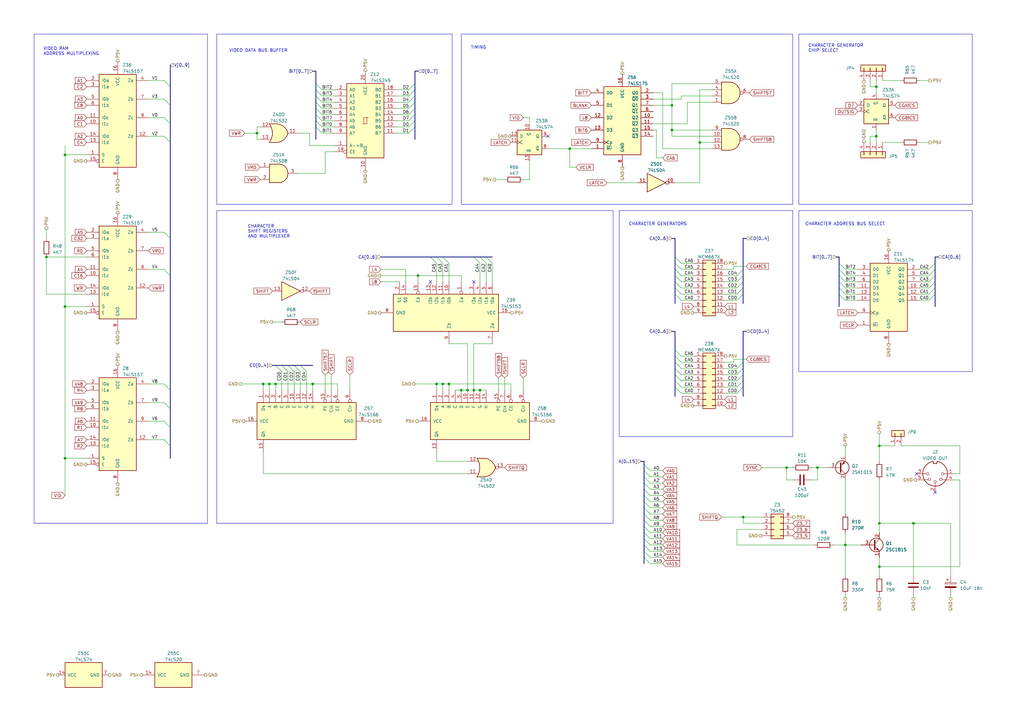
<source format=kicad_sch>
(kicad_sch (version 20221004) (generator eeschema)
  (paper "A3")
  (junction (at 360.68 232.41))
  (junction (at 107.95 157.48))
  (junction (at 179.07 157.48))
  (junction (at 287.02 58.42))
  (junction (at 196.85 160.02))
  (junction (at 360.68 182.88))
  (junction (at 110.49 157.48))
  (junction (at 113.03 157.48))
  (junction (at 360.68 214.63))
  (junction (at 275.59 43.18))
  (junction (at 171.45 113.03))
  (junction (at 374.65 214.63))
  (junction (at 191.77 160.02))
  (junction (at 346.71 223.52))
  (junction (at 189.23 160.02))
  (junction (at 322.58 191.77))
  (junction (at 19.05 105.41))
  (junction (at 181.61 157.48))
  (junction (at 128.27 157.48))
  (junction (at 105.41 54.61))
  (junction (at 26.67 63.5))
  (junction (at 184.15 157.48))
  (junction (at 194.31 160.02))
  (junction (at 26.67 125.73))
  (junction (at 304.8 212.09))
  (junction (at 26.67 187.96))
  (junction (at 275.59 53.34))
  (junction (at 359.41 55.88))
  (junction (at 359.41 35.56))
  (junction (at 233.68 60.96))
  (junction (at 335.28 191.77))
  (no_connect (at 176.53 115.57))
  (no_connect (at 194.31 115.57))
  (no_connect (at 224.79 55.88))
  (no_connect (at 375.92 194.31))
  (no_connect (at 383.54 201.93))
  (bus_entry (at 167.64 41.91) (size 2.54 -2.54))
  (bus_entry (at 276.86 158.75) (size 2.54 2.54))
  (bus_entry (at 381 123.19) (size 2.54 -2.54))
  (bus_entry (at 302.26 161.29) (size 2.54 -2.54))
  (bus_entry (at 264.16 218.44) (size 2.54 2.54))
  (bus_entry (at 129.54 49.53) (size 2.54 2.54))
  (bus_entry (at 167.64 52.07) (size 2.54 -2.54))
  (bus_entry (at 381 113.03) (size 2.54 -2.54))
  (bus_entry (at 264.16 220.98) (size 2.54 2.54))
  (bus_entry (at 264.16 203.2) (size 2.54 2.54))
  (bus_entry (at 276.86 156.21) (size 2.54 2.54))
  (bus_entry (at 167.64 36.83) (size 2.54 -2.54))
  (bus_entry (at 264.16 210.82) (size 2.54 2.54))
  (bus_entry (at 264.16 198.12) (size 2.54 2.54))
  (bus_entry (at 129.54 34.29) (size 2.54 2.54))
  (bus_entry (at 344.17 120.65) (size 2.54 2.54))
  (bus_entry (at 344.17 118.11) (size 2.54 2.54))
  (bus_entry (at 302.26 118.11) (size 2.54 -2.54))
  (bus_entry (at 264.16 228.6) (size 2.54 2.54))
  (bus_entry (at 129.54 44.45) (size 2.54 2.54))
  (bus_entry (at 381 120.65) (size 2.54 -2.54))
  (bus_entry (at 276.86 146.05) (size 2.54 2.54))
  (bus_entry (at 302.26 123.19) (size 2.54 -2.54))
  (bus_entry (at 276.86 151.13) (size 2.54 2.54))
  (bus_entry (at 344.17 113.03) (size 2.54 2.54))
  (bus_entry (at 276.86 153.67) (size 2.54 2.54))
  (bus_entry (at 167.64 39.37) (size 2.54 -2.54))
  (bus_entry (at 302.26 158.75) (size 2.54 -2.54))
  (bus_entry (at 302.26 120.65) (size 2.54 -2.54))
  (bus_entry (at 302.26 153.67) (size 2.54 -2.54))
  (bus_entry (at 167.64 46.99) (size 2.54 -2.54))
  (bus_entry (at 264.16 205.74) (size 2.54 2.54))
  (bus_entry (at 344.17 110.49) (size 2.54 2.54))
  (bus_entry (at 129.54 39.37) (size 2.54 2.54))
  (bus_entry (at 276.86 105.41) (size 2.54 2.54))
  (bus_entry (at 302.26 113.03) (size 2.54 -2.54))
  (bus_entry (at 276.86 143.51) (size 2.54 2.54))
  (bus_entry (at 276.86 148.59) (size 2.54 2.54))
  (bus_entry (at 264.16 195.58) (size 2.54 2.54))
  (bus_entry (at 129.54 41.91) (size 2.54 2.54))
  (bus_entry (at 381 115.57) (size 2.54 -2.54))
  (bus_entry (at 167.64 54.61) (size 2.54 -2.54))
  (bus_entry (at 264.16 208.28) (size 2.54 2.54))
  (bus_entry (at 302.26 156.21) (size 2.54 -2.54))
  (bus_entry (at 264.16 226.06) (size 2.54 2.54))
  (bus_entry (at 264.16 190.5) (size 2.54 2.54))
  (bus_entry (at 276.86 107.95) (size 2.54 2.54))
  (bus_entry (at 129.54 46.99) (size 2.54 2.54))
  (bus_entry (at 167.64 44.45) (size 2.54 -2.54))
  (bus_entry (at 381 110.49) (size 2.54 -2.54))
  (bus_entry (at 264.16 213.36) (size 2.54 2.54))
  (bus_entry (at 113.03 149.86) (size 2.54 2.54))
  (bus_entry (at 115.57 149.86) (size 2.54 2.54))
  (bus_entry (at 118.11 149.86) (size 2.54 2.54))
  (bus_entry (at 123.19 149.86) (size 2.54 2.54))
  (bus_entry (at 120.65 149.86) (size 2.54 2.54))
  (bus_entry (at 302.26 115.57) (size 2.54 -2.54))
  (bus_entry (at 276.86 120.65) (size 2.54 2.54))
  (bus_entry (at 67.31 172.72) (size 2.54 2.54))
  (bus_entry (at 129.54 36.83) (size 2.54 2.54))
  (bus_entry (at 276.86 118.11) (size 2.54 2.54))
  (bus_entry (at 344.17 107.95) (size 2.54 2.54))
  (bus_entry (at 276.86 115.57) (size 2.54 2.54))
  (bus_entry (at 344.17 115.57) (size 2.54 2.54))
  (bus_entry (at 302.26 151.13) (size 2.54 -2.54))
  (bus_entry (at 264.16 223.52) (size 2.54 2.54))
  (bus_entry (at 381 118.11) (size 2.54 -2.54))
  (bus_entry (at 264.16 193.04) (size 2.54 2.54))
  (bus_entry (at 264.16 215.9) (size 2.54 2.54))
  (bus_entry (at 199.39 105.41) (size 2.54 2.54))
  (bus_entry (at 196.85 105.41) (size 2.54 2.54))
  (bus_entry (at 181.61 105.41) (size 2.54 2.54))
  (bus_entry (at 194.31 105.41) (size 2.54 2.54))
  (bus_entry (at 179.07 105.41) (size 2.54 2.54))
  (bus_entry (at 176.53 105.41) (size 2.54 2.54))
  (bus_entry (at 276.86 113.03) (size 2.54 2.54))
  (bus_entry (at 67.31 95.25) (size 2.54 2.54))
  (bus_entry (at 67.31 180.34) (size 2.54 2.54))
  (bus_entry (at 67.31 157.48) (size 2.54 2.54))
  (bus_entry (at 67.31 165.1) (size 2.54 2.54))
  (bus_entry (at 67.31 110.49) (size 2.54 2.54))
  (bus_entry (at 67.31 48.26) (size 2.54 2.54))
  (bus_entry (at 67.31 55.88) (size 2.54 2.54))
  (bus_entry (at 67.31 40.64) (size 2.54 2.54))
  (bus_entry (at 67.31 33.02) (size 2.54 2.54))
  (bus_entry (at 167.64 49.53) (size 2.54 -2.54))
  (bus_entry (at 276.86 110.49) (size 2.54 2.54))
  (bus_entry (at 264.16 200.66) (size 2.54 2.54))
  (bus_entry (at 129.54 52.07) (size 2.54 2.54))
  (wire (pts (xy 304.8 212.09) (xy 312.42 212.09)))
  (wire (pts (xy 374.65 236.22) (xy 374.65 214.63)))
  (wire (pts (xy 281.94 41.91) (xy 292.1 41.91)))
  (bus (pts (xy 276.86 153.67) (xy 276.86 156.21)))
  (wire (pts (xy 346.71 115.57) (xy 351.79 115.57)))
  (wire (pts (xy 162.56 46.99) (xy 167.64 46.99)))
  (wire (pts (xy 266.7 231.14) (xy 271.78 231.14)))
  (bus (pts (xy 304.8 113.03) (xy 304.8 115.57)))
  (wire (pts (xy 279.4 148.59) (xy 284.48 148.59)))
  (wire (pts (xy 60.96 180.34) (xy 67.31 180.34)))
  (wire (pts (xy 123.19 152.4) (xy 123.19 160.02)))
  (wire (pts (xy 162.56 49.53) (xy 167.64 49.53)))
  (wire (pts (xy 26.67 125.73) (xy 26.67 187.96)))
  (bus (pts (xy 129.54 36.83) (xy 129.54 39.37)))
  (wire (pts (xy 214.63 73.66) (xy 217.17 73.66)))
  (wire (pts (xy 204.47 154.94) (xy 204.47 160.02)))
  (wire (pts (xy 302.26 217.17) (xy 302.26 223.52)))
  (wire (pts (xy 346.71 113.03) (xy 351.79 113.03)))
  (wire (pts (xy 110.49 157.48) (xy 110.49 160.02)))
  (bus (pts (xy 129.54 44.45) (xy 129.54 46.99)))
  (wire (pts (xy 335.28 196.85) (xy 335.28 191.77)))
  (wire (pts (xy 181.61 157.48) (xy 181.61 160.02)))
  (bus (pts (xy 69.85 175.26) (xy 69.85 182.88)))
  (wire (pts (xy 275.59 53.34) (xy 292.1 53.34)))
  (wire (pts (xy 162.56 54.61) (xy 167.64 54.61)))
  (wire (pts (xy 269.24 64.77) (xy 271.78 64.77)))
  (wire (pts (xy 279.4 156.21) (xy 284.48 156.21)))
  (bus (pts (xy 304.8 148.59) (xy 304.8 151.13)))
  (wire (pts (xy 304.8 214.63) (xy 304.8 212.09)))
  (bus (pts (xy 276.86 105.41) (xy 276.86 107.95)))
  (wire (pts (xy 279.4 146.05) (xy 284.48 146.05)))
  (wire (pts (xy 271.78 60.96) (xy 292.1 60.96)))
  (bus (pts (xy 276.86 107.95) (xy 276.86 110.49)))
  (wire (pts (xy 381 58.42) (xy 377.19 58.42)))
  (wire (pts (xy 356.87 58.42) (xy 356.87 55.88)))
  (wire (pts (xy 359.41 35.56) (xy 356.87 35.56)))
  (wire (pts (xy 115.57 152.4) (xy 115.57 160.02)))
  (wire (pts (xy 179.07 157.48) (xy 179.07 160.02)))
  (wire (pts (xy 377.19 115.57) (xy 381 115.57)))
  (bus (pts (xy 264.16 189.23) (xy 264.16 190.5)))
  (bus (pts (xy 129.54 52.07) (xy 129.54 57.15)))
  (bus (pts (xy 383.54 115.57) (xy 383.54 118.11)))
  (bus (pts (xy 170.18 29.21) (xy 170.18 34.29)))
  (wire (pts (xy 266.7 218.44) (xy 271.78 218.44)))
  (wire (pts (xy 346.71 223.52) (xy 346.71 236.22)))
  (wire (pts (xy 132.08 54.61) (xy 137.16 54.61)))
  (wire (pts (xy 184.15 157.48) (xy 209.55 157.48)))
  (wire (pts (xy 199.39 107.95) (xy 199.39 115.57)))
  (wire (pts (xy 166.37 115.57) (xy 166.37 110.49)))
  (wire (pts (xy 332.74 191.77) (xy 335.28 191.77)))
  (bus (pts (xy 69.85 175.26) (xy 69.85 167.64)))
  (bus (pts (xy 344.17 110.49) (xy 344.17 113.03)))
  (wire (pts (xy 132.08 49.53) (xy 137.16 49.53)))
  (bus (pts (xy 69.85 113.03) (xy 69.85 160.02)))
  (wire (pts (xy 346.71 223.52) (xy 353.06 223.52)))
  (bus (pts (xy 275.59 135.89) (xy 276.86 135.89)))
  (bus (pts (xy 170.18 34.29) (xy 170.18 36.83)))
  (wire (pts (xy 279.4 151.13) (xy 284.48 151.13)))
  (wire (pts (xy 111.76 132.08) (xy 115.57 132.08)))
  (bus (pts (xy 344.17 120.65) (xy 344.17 125.73)))
  (bus (pts (xy 304.8 97.79) (xy 304.8 110.49)))
  (wire (pts (xy 26.67 187.96) (xy 26.67 203.2)))
  (bus (pts (xy 383.54 105.41) (xy 383.54 107.95)))
  (wire (pts (xy 356.87 55.88) (xy 359.41 55.88)))
  (wire (pts (xy 107.95 157.48) (xy 107.95 160.02)))
  (wire (pts (xy 181.61 157.48) (xy 184.15 157.48)))
  (wire (pts (xy 266.7 210.82) (xy 271.78 210.82)))
  (wire (pts (xy 275.59 55.88) (xy 275.59 53.34)))
  (wire (pts (xy 181.61 107.95) (xy 181.61 115.57)))
  (wire (pts (xy 133.35 71.12) (xy 133.35 62.23)))
  (wire (pts (xy 266.7 226.06) (xy 271.78 226.06)))
  (bus (pts (xy 264.16 218.44) (xy 264.16 220.98)))
  (bus (pts (xy 276.86 146.05) (xy 276.86 148.59)))
  (wire (pts (xy 346.71 120.65) (xy 351.79 120.65)))
  (wire (pts (xy 393.7 196.85) (xy 391.16 196.85)))
  (wire (pts (xy 236.22 68.58) (xy 233.68 68.58)))
  (wire (pts (xy 203.2 73.66) (xy 207.01 73.66)))
  (bus (pts (xy 276.86 158.75) (xy 276.86 162.56)))
  (wire (pts (xy 360.68 214.63) (xy 374.65 214.63)))
  (bus (pts (xy 264.16 223.52) (xy 264.16 226.06)))
  (wire (pts (xy 300.99 147.32) (xy 300.99 148.59)))
  (wire (pts (xy 359.41 55.88) (xy 359.41 58.42)))
  (wire (pts (xy 170.18 157.48) (xy 179.07 157.48)))
  (bus (pts (xy 171.45 29.21) (xy 170.18 29.21)))
  (wire (pts (xy 269.24 53.34) (xy 269.24 64.77)))
  (wire (pts (xy 360.68 214.63) (xy 360.68 218.44)))
  (wire (pts (xy 360.68 196.85) (xy 360.68 214.63)))
  (wire (pts (xy 191.77 160.02) (xy 191.77 140.97)))
  (bus (pts (xy 129.54 46.99) (xy 129.54 49.53)))
  (wire (pts (xy 266.7 213.36) (xy 271.78 213.36)))
  (wire (pts (xy 60.96 95.25) (xy 67.31 95.25)))
  (wire (pts (xy 267.97 40.64) (xy 279.4 40.64)))
  (wire (pts (xy 156.21 115.57) (xy 163.83 115.57)))
  (wire (pts (xy 110.49 157.48) (xy 113.03 157.48)))
  (wire (pts (xy 133.35 62.23) (xy 137.16 62.23)))
  (wire (pts (xy 346.71 243.84) (xy 346.71 245.11)))
  (wire (pts (xy 389.89 236.22) (xy 389.89 214.63)))
  (bus (pts (xy 181.61 105.41) (xy 194.31 105.41)))
  (wire (pts (xy 389.89 243.84) (xy 389.89 245.11)))
  (wire (pts (xy 279.4 113.03) (xy 284.48 113.03)))
  (wire (pts (xy 266.7 195.58) (xy 271.78 195.58)))
  (bus (pts (xy 264.16 213.36) (xy 264.16 215.9)))
  (bus (pts (xy 170.18 46.99) (xy 170.18 49.53)))
  (wire (pts (xy 189.23 115.57) (xy 189.23 113.03)))
  (wire (pts (xy 359.41 53.34) (xy 359.41 55.88)))
  (wire (pts (xy 107.95 157.48) (xy 110.49 157.48)))
  (bus (pts (xy 383.54 110.49) (xy 383.54 113.03)))
  (wire (pts (xy 105.41 52.07) (xy 106.68 52.07)))
  (wire (pts (xy 306.07 147.32) (xy 300.99 147.32)))
  (wire (pts (xy 287.02 58.42) (xy 292.1 58.42)))
  (bus (pts (xy 179.07 105.41) (xy 181.61 105.41)))
  (bus (pts (xy 264.16 190.5) (xy 264.16 193.04)))
  (wire (pts (xy 162.56 39.37) (xy 167.64 39.37)))
  (wire (pts (xy 306.07 109.22) (xy 300.99 109.22)))
  (wire (pts (xy 132.08 52.07) (xy 137.16 52.07)))
  (wire (pts (xy 279.4 123.19) (xy 284.48 123.19)))
  (wire (pts (xy 201.93 107.95) (xy 201.93 115.57)))
  (bus (pts (xy 383.54 118.11) (xy 383.54 120.65)))
  (bus (pts (xy 129.54 29.21) (xy 129.54 34.29)))
  (wire (pts (xy 184.15 107.95) (xy 184.15 115.57)))
  (wire (pts (xy 297.18 161.29) (xy 302.26 161.29)))
  (wire (pts (xy 377.19 110.49) (xy 381 110.49)))
  (wire (pts (xy 297.18 153.67) (xy 302.26 153.67)))
  (wire (pts (xy 297.18 156.21) (xy 302.26 156.21)))
  (bus (pts (xy 156.21 105.41) (xy 176.53 105.41)))
  (wire (pts (xy 191.77 140.97) (xy 184.15 140.97)))
  (wire (pts (xy 360.68 232.41) (xy 393.7 232.41)))
  (wire (pts (xy 179.07 157.48) (xy 181.61 157.48)))
  (bus (pts (xy 262.89 189.23) (xy 264.16 189.23)))
  (bus (pts (xy 306.07 97.79) (xy 304.8 97.79)))
  (wire (pts (xy 377.19 120.65) (xy 381 120.65)))
  (wire (pts (xy 279.4 158.75) (xy 284.48 158.75)))
  (wire (pts (xy 332.74 196.85) (xy 335.28 196.85)))
  (bus (pts (xy 170.18 44.45) (xy 170.18 46.99)))
  (wire (pts (xy 297.18 123.19) (xy 302.26 123.19)))
  (wire (pts (xy 26.67 63.5) (xy 35.56 63.5)))
  (bus (pts (xy 344.17 105.41) (xy 344.17 107.95)))
  (wire (pts (xy 184.15 157.48) (xy 184.15 160.02)))
  (wire (pts (xy 120.65 152.4) (xy 120.65 160.02)))
  (wire (pts (xy 113.03 157.48) (xy 113.03 160.02)))
  (bus (pts (xy 170.18 52.07) (xy 170.18 57.15)))
  (bus (pts (xy 344.17 118.11) (xy 344.17 120.65)))
  (wire (pts (xy 248.92 74.93) (xy 261.62 74.93)))
  (wire (pts (xy 297.18 113.03) (xy 302.26 113.03)))
  (wire (pts (xy 217.17 48.26) (xy 217.17 50.8)))
  (wire (pts (xy 377.19 123.19) (xy 381 123.19)))
  (bus (pts (xy 264.16 208.28) (xy 264.16 210.82)))
  (wire (pts (xy 275.59 43.18) (xy 275.59 34.29)))
  (wire (pts (xy 281.94 50.8) (xy 281.94 41.91)))
  (bus (pts (xy 118.11 149.86) (xy 120.65 149.86)))
  (bus (pts (xy 129.54 39.37) (xy 129.54 41.91)))
  (wire (pts (xy 279.4 39.37) (xy 292.1 39.37)))
  (bus (pts (xy 342.9 105.41) (xy 344.17 105.41)))
  (wire (pts (xy 60.96 55.88) (xy 67.31 55.88)))
  (bus (pts (xy 69.85 26.67) (xy 69.85 35.56)))
  (bus (pts (xy 69.85 182.88) (xy 69.85 187.96)))
  (wire (pts (xy 267.97 50.8) (xy 281.94 50.8)))
  (wire (pts (xy 312.42 214.63) (xy 304.8 214.63)))
  (wire (pts (xy 60.96 40.64) (xy 67.31 40.64)))
  (wire (pts (xy 166.37 110.49) (xy 156.21 110.49)))
  (wire (pts (xy 233.68 68.58) (xy 233.68 60.96)))
  (wire (pts (xy 275.59 34.29) (xy 292.1 34.29)))
  (bus (pts (xy 276.86 135.89) (xy 276.86 143.51)))
  (wire (pts (xy 360.68 232.41) (xy 360.68 236.22)))
  (wire (pts (xy 133.35 153.67) (xy 133.35 160.02)))
  (bus (pts (xy 276.86 156.21) (xy 276.86 158.75)))
  (wire (pts (xy 297.18 118.11) (xy 302.26 118.11)))
  (wire (pts (xy 297.18 120.65) (xy 302.26 120.65)))
  (wire (pts (xy 99.06 157.48) (xy 107.95 157.48)))
  (wire (pts (xy 381 33.02) (xy 377.19 33.02)))
  (wire (pts (xy 267.97 43.18) (xy 275.59 43.18)))
  (bus (pts (xy 276.86 148.59) (xy 276.86 151.13)))
  (wire (pts (xy 127 59.69) (xy 137.16 59.69)))
  (wire (pts (xy 266.7 203.2) (xy 271.78 203.2)))
  (bus (pts (xy 69.85 35.56) (xy 69.85 43.18)))
  (bus (pts (xy 383.54 107.95) (xy 383.54 110.49)))
  (wire (pts (xy 60.96 157.48) (xy 67.31 157.48)))
  (wire (pts (xy 209.55 160.02) (xy 209.55 157.48)))
  (wire (pts (xy 266.7 228.6) (xy 271.78 228.6)))
  (bus (pts (xy 383.54 113.03) (xy 383.54 115.57)))
  (bus (pts (xy 304.8 135.89) (xy 304.8 148.59)))
  (bus (pts (xy 276.86 113.03) (xy 276.86 115.57)))
  (wire (pts (xy 128.27 157.48) (xy 138.43 157.48)))
  (bus (pts (xy 264.16 195.58) (xy 264.16 198.12)))
  (wire (pts (xy 132.08 46.99) (xy 137.16 46.99)))
  (wire (pts (xy 341.63 223.52) (xy 346.71 223.52)))
  (wire (pts (xy 361.95 58.42) (xy 369.57 58.42)))
  (wire (pts (xy 121.92 71.12) (xy 133.35 71.12)))
  (wire (pts (xy 132.08 44.45) (xy 137.16 44.45)))
  (wire (pts (xy 312.42 217.17) (xy 302.26 217.17)))
  (bus (pts (xy 120.65 149.86) (xy 123.19 149.86)))
  (bus (pts (xy 304.8 118.11) (xy 304.8 120.65)))
  (wire (pts (xy 279.4 153.67) (xy 284.48 153.67)))
  (wire (pts (xy 266.7 200.66) (xy 271.78 200.66)))
  (wire (pts (xy 360.68 182.88) (xy 367.03 182.88)))
  (wire (pts (xy 346.71 196.85) (xy 346.71 210.82)))
  (wire (pts (xy 214.63 154.94) (xy 214.63 160.02)))
  (wire (pts (xy 275.59 43.18) (xy 275.59 53.34)))
  (wire (pts (xy 292.1 36.83) (xy 287.02 36.83)))
  (wire (pts (xy 162.56 41.91) (xy 167.64 41.91)))
  (bus (pts (xy 69.85 58.42) (xy 69.85 97.79)))
  (wire (pts (xy 393.7 232.41) (xy 393.7 196.85)))
  (bus (pts (xy 69.85 97.79) (xy 69.85 113.03)))
  (wire (pts (xy 179.07 189.23) (xy 179.07 185.42)))
  (wire (pts (xy 135.89 153.67) (xy 135.89 160.02)))
  (bus (pts (xy 264.16 226.06) (xy 264.16 228.6)))
  (bus (pts (xy 276.86 143.51) (xy 276.86 146.05)))
  (wire (pts (xy 356.87 35.56) (xy 356.87 33.02)))
  (wire (pts (xy 266.7 205.74) (xy 271.78 205.74)))
  (bus (pts (xy 170.18 39.37) (xy 170.18 41.91)))
  (bus (pts (xy 264.16 210.82) (xy 264.16 213.36)))
  (wire (pts (xy 60.96 48.26) (xy 67.31 48.26)))
  (wire (pts (xy 302.26 223.52) (xy 334.01 223.52)))
  (bus (pts (xy 123.19 149.86) (xy 128.27 149.86)))
  (wire (pts (xy 377.19 113.03) (xy 381 113.03)))
  (bus (pts (xy 69.85 50.8) (xy 69.85 58.42)))
  (wire (pts (xy 266.7 193.04) (xy 271.78 193.04)))
  (bus (pts (xy 170.18 41.91) (xy 170.18 44.45)))
  (bus (pts (xy 69.85 43.18) (xy 69.85 50.8)))
  (wire (pts (xy 60.96 172.72) (xy 67.31 172.72)))
  (bus (pts (xy 196.85 105.41) (xy 199.39 105.41)))
  (wire (pts (xy 393.7 182.88) (xy 393.7 194.31)))
  (wire (pts (xy 287.02 74.93) (xy 276.86 74.93)))
  (wire (pts (xy 100.33 54.61) (xy 105.41 54.61)))
  (wire (pts (xy 60.96 33.02) (xy 67.31 33.02)))
  (bus (pts (xy 304.8 115.57) (xy 304.8 118.11)))
  (bus (pts (xy 276.86 115.57) (xy 276.86 118.11)))
  (wire (pts (xy 19.05 120.65) (xy 19.05 105.41)))
  (wire (pts (xy 300.99 110.49) (xy 297.18 110.49)))
  (wire (pts (xy 267.97 53.34) (xy 269.24 53.34)))
  (bus (pts (xy 383.54 120.65) (xy 383.54 125.73)))
  (wire (pts (xy 107.95 185.42) (xy 107.95 194.31)))
  (wire (pts (xy 271.78 38.1) (xy 271.78 60.96)))
  (bus (pts (xy 276.86 110.49) (xy 276.86 113.03)))
  (wire (pts (xy 266.7 198.12) (xy 271.78 198.12)))
  (bus (pts (xy 264.16 198.12) (xy 264.16 200.66)))
  (wire (pts (xy 106.68 57.15) (xy 105.41 57.15)))
  (bus (pts (xy 264.16 200.66) (xy 264.16 203.2)))
  (wire (pts (xy 26.67 63.5) (xy 26.67 125.73)))
  (wire (pts (xy 132.08 36.83) (xy 137.16 36.83)))
  (bus (pts (xy 304.8 151.13) (xy 304.8 153.67)))
  (bus (pts (xy 264.16 203.2) (xy 264.16 205.74)))
  (wire (pts (xy 189.23 113.03) (xy 171.45 113.03)))
  (wire (pts (xy 346.71 118.11) (xy 351.79 118.11)))
  (wire (pts (xy 196.85 107.95) (xy 196.85 115.57)))
  (bus (pts (xy 276.86 118.11) (xy 276.86 120.65)))
  (wire (pts (xy 121.92 54.61) (xy 127 54.61)))
  (wire (pts (xy 266.7 208.28) (xy 271.78 208.28)))
  (wire (pts (xy 335.28 191.77) (xy 339.09 191.77)))
  (wire (pts (xy 292.1 55.88) (xy 275.59 55.88)))
  (bus (pts (xy 113.03 149.86) (xy 115.57 149.86)))
  (wire (pts (xy 179.07 107.95) (xy 179.07 115.57)))
  (wire (pts (xy 266.7 220.98) (xy 271.78 220.98)))
  (bus (pts (xy 344.17 115.57) (xy 344.17 118.11)))
  (bus (pts (xy 384.81 105.41) (xy 383.54 105.41)))
  (wire (pts (xy 118.11 152.4) (xy 118.11 160.02)))
  (wire (pts (xy 360.68 228.6) (xy 360.68 232.41)))
  (bus (pts (xy 264.16 193.04) (xy 264.16 195.58)))
  (wire (pts (xy 391.16 194.31) (xy 393.7 194.31)))
  (bus (pts (xy 276.86 97.79) (xy 276.86 105.41)))
  (wire (pts (xy 374.65 245.11) (xy 374.65 243.84)))
  (bus (pts (xy 170.18 49.53) (xy 170.18 52.07)))
  (bus (pts (xy 275.59 97.79) (xy 276.86 97.79)))
  (wire (pts (xy 60.96 110.49) (xy 67.31 110.49)))
  (wire (pts (xy 279.4 107.95) (xy 284.48 107.95)))
  (wire (pts (xy 297.18 115.57) (xy 302.26 115.57)))
  (bus (pts (xy 264.16 205.74) (xy 264.16 208.28)))
  (wire (pts (xy 107.95 194.31) (xy 191.77 194.31)))
  (wire (pts (xy 346.71 110.49) (xy 351.79 110.49)))
  (wire (pts (xy 132.08 39.37) (xy 137.16 39.37)))
  (bus (pts (xy 264.16 228.6) (xy 264.16 231.14)))
  (bus (pts (xy 304.8 153.67) (xy 304.8 156.21)))
  (bus (pts (xy 129.54 41.91) (xy 129.54 44.45)))
  (wire (pts (xy 233.68 60.96) (xy 242.57 60.96)))
  (bus (pts (xy 115.57 149.86) (xy 118.11 149.86)))
  (wire (pts (xy 162.56 52.07) (xy 167.64 52.07)))
  (wire (pts (xy 359.41 35.56) (xy 359.41 38.1)))
  (wire (pts (xy 127 54.61) (xy 127 59.69)))
  (wire (pts (xy 60.96 165.1) (xy 67.31 165.1)))
  (wire (pts (xy 287.02 36.83) (xy 287.02 58.42)))
  (bus (pts (xy 306.07 135.89) (xy 304.8 135.89)))
  (wire (pts (xy 113.03 157.48) (xy 128.27 157.48)))
  (wire (pts (xy 105.41 57.15) (xy 105.41 54.61)))
  (wire (pts (xy 196.85 160.02) (xy 199.39 160.02)))
  (wire (pts (xy 389.89 214.63) (xy 374.65 214.63)))
  (bus (pts (xy 194.31 105.41) (xy 196.85 105.41)))
  (wire (pts (xy 377.19 118.11) (xy 381 118.11)))
  (wire (pts (xy 266.7 223.52) (xy 271.78 223.52)))
  (bus (pts (xy 344.17 107.95) (xy 344.17 110.49)))
  (wire (pts (xy 26.67 125.73) (xy 35.56 125.73)))
  (wire (pts (xy 279.4 110.49) (xy 284.48 110.49)))
  (wire (pts (xy 279.4 115.57) (xy 284.48 115.57)))
  (wire (pts (xy 189.23 160.02) (xy 191.77 160.02)))
  (wire (pts (xy 300.99 148.59) (xy 297.18 148.59)))
  (bus (pts (xy 304.8 120.65) (xy 304.8 124.46)))
  (wire (pts (xy 186.69 160.02) (xy 189.23 160.02)))
  (wire (pts (xy 346.71 186.69) (xy 346.71 182.88)))
  (bus (pts (xy 276.86 120.65) (xy 276.86 124.46)))
  (bus (pts (xy 264.16 220.98) (xy 264.16 223.52)))
  (wire (pts (xy 360.68 177.8) (xy 360.68 182.88)))
  (wire (pts (xy 279.4 120.65) (xy 284.48 120.65)))
  (wire (pts (xy 171.45 113.03) (xy 171.45 115.57)))
  (wire (pts (xy 125.73 152.4) (xy 125.73 160.02)))
  (wire (pts (xy 295.91 212.09) (xy 304.8 212.09)))
  (wire (pts (xy 279.4 161.29) (xy 284.48 161.29)))
  (bus (pts (xy 111.76 149.86) (xy 113.03 149.86)))
  (wire (pts (xy 143.51 153.67) (xy 143.51 160.02)))
  (bus (pts (xy 170.18 36.83) (xy 170.18 39.37)))
  (wire (pts (xy 194.31 160.02) (xy 194.31 140.97)))
  (wire (pts (xy 359.41 33.02) (xy 359.41 35.56)))
  (bus (pts (xy 199.39 105.41) (xy 201.93 105.41)))
  (wire (pts (xy 19.05 93.98) (xy 19.05 97.79)))
  (bus (pts (xy 176.53 105.41) (xy 179.07 105.41)))
  (bus (pts (xy 344.17 113.03) (xy 344.17 115.57)))
  (wire (pts (xy 26.67 187.96) (xy 35.56 187.96)))
  (bus (pts (xy 304.8 110.49) (xy 304.8 113.03)))
  (bus (pts (xy 264.16 215.9) (xy 264.16 218.44)))
  (bus (pts (xy 304.8 158.75) (xy 304.8 162.56)))
  (wire (pts (xy 369.57 182.88) (xy 393.7 182.88)))
  (bus (pts (xy 304.8 156.21) (xy 304.8 158.75)))
  (wire (pts (xy 214.63 48.26) (xy 217.17 48.26)))
  (wire (pts (xy 322.58 191.77) (xy 325.12 191.77)))
  (wire (pts (xy 322.58 196.85) (xy 322.58 191.77)))
  (wire (pts (xy 162.56 36.83) (xy 167.64 36.83)))
  (wire (pts (xy 191.77 189.23) (xy 179.07 189.23)))
  (wire (pts (xy 138.43 160.02) (xy 138.43 157.48)))
  (wire (pts (xy 360.68 243.84) (xy 360.68 245.11)))
  (wire (pts (xy 279.4 118.11) (xy 284.48 118.11)))
  (bus (pts (xy 128.27 29.21) (xy 129.54 29.21)))
  (wire (pts (xy 266.7 215.9) (xy 271.78 215.9)))
  (wire (pts (xy 297.18 158.75) (xy 302.26 158.75)))
  (wire (pts (xy 194.31 140.97) (xy 201.93 140.97)))
  (wire (pts (xy 194.31 160.02) (xy 196.85 160.02)))
  (wire (pts (xy 346.71 123.19) (xy 351.79 123.19)))
  (bus (pts (xy 69.85 160.02) (xy 69.85 167.64)))
  (wire (pts (xy 279.4 40.64) (xy 279.4 39.37)))
  (bus (pts (xy 129.54 49.53) (xy 129.54 52.07)))
  (wire (pts (xy 297.18 151.13) (xy 302.26 151.13)))
  (wire (pts (xy 360.68 182.88) (xy 360.68 189.23)))
  (wire (pts (xy 19.05 105.41) (xy 35.56 105.41)))
  (wire (pts (xy 171.45 113.03) (xy 156.21 113.03)))
  (wire (pts (xy 224.79 60.96) (xy 233.68 60.96)))
  (wire (pts (xy 217.17 73.66) (xy 217.17 66.04)))
  (wire (pts (xy 105.41 54.61) (xy 105.41 52.07)))
  (wire (pts (xy 128.27 157.48) (xy 128.27 160.02)))
  (bus (pts (xy 129.54 34.29) (xy 129.54 36.83)))
  (wire (pts (xy 346.71 218.44) (xy 346.71 223.52)))
  (wire (pts (xy 325.12 196.85) (xy 322.58 196.85)))
  (wire (pts (xy 361.95 33.02) (xy 369.57 33.02)))
  (wire (pts (xy 26.67 59.69) (xy 26.67 63.5)))
  (wire (pts (xy 312.42 191.77) (xy 322.58 191.77)))
  (wire (pts (xy 132.08 41.91) (xy 137.16 41.91)))
  (wire (pts (xy 287.02 58.42) (xy 287.02 74.93)))
  (wire (pts (xy 162.56 44.45) (xy 167.64 44.45)))
  (bus (pts (xy 276.86 151.13) (xy 276.86 153.67)))
  (wire (pts (xy 207.01 154.94) (xy 207.01 160.02)))
  (wire (pts (xy 267.97 38.1) (xy 271.78 38.1)))
  (wire (pts (xy 35.56 120.65) (xy 19.05 120.65)))
  (wire (pts (xy 300.99 109.22) (xy 300.99 110.49)))
  (rectangle (start 254 86.36) (end 325.12 179.07))
  (rectangle (start 88.9 13.97) (end 185.42 83.82))
  (rectangle (start 88.9 86.36) (end 251.46 214.63))
  (rectangle (start 189.23 13.97) (end 325.12 83.82))
  (rectangle (start 327.66 86.36) (end 398.78 152.4))
  (rectangle (start 327.66 13.97) (end 398.78 83.82))
  (rectangle (start 13.97 13.97) (end 85.09 214.63))
  (text "CHARACTER GENERATORS" (at 257.81 92.71 0) (effects (font (size 1.27 1.27)) (justify left bottom)))
  (text "VIDEO RAM \nADDRESS MULTIPLEXING" (at 17.78 22.86 0) (effects (font (size 1.27 1.27)) (justify left bottom)))
  (text "CHARACTER ADDRESS BUS SELECT" (at 330.2 92.71 0) (effects (font (size 1.27 1.27)) (justify left bottom)))
  (text "TIMING" (at 193.04 20.32 0) (effects (font (size 1.27 1.27)) (justify left bottom)))
  (text "CHARACTER GENERATOR\nCHIP SELECT" (at 331.47 21.59 0) (effects (font (size 1.27 1.27)) (justify left bottom)))
  (text "VIDEO DATA BUS BUFFER" (at 93.98 21.59 0) (effects (font (size 1.27 1.27)) (justify left bottom)))
  (text "CHARACTER \nSHIFT REGISTERS\nAND MULTIPLEXER" (at 101.6 97.79 0) (effects (font (size 1.27 1.27)) (justify left bottom)))
  (label "D3" (at 165.1 39.37 0))
  (label "A6" (at 267.97 208.28 0))
  (label "CA0" (at 280.67 161.29 0))
  (label "V1" (at 62.23 33.02 0))
  (label "V3" (at 62.23 40.64 0))
  (label "CD2" (at 120.65 152.4 270))
  (label "CA3" (at 181.61 111.76 90))
  (label "CA4" (at 280.67 151.13 0))
  (label "CA1" (at 184.15 111.76 90))
  (label "A4" (at 267.97 203.2 0))
  (label "CA6" (at 280.67 107.95 0))
  (label "CA6" (at 280.67 146.05 0))
  (label "CD0" (at 115.57 152.4 270))
  (label "BIT2" (at 132.08 36.83 0))
  (label "BIT2" (at 346.71 110.49 0))
  (label "BIT3" (at 132.08 39.37 0))
  (label "CA5" (at 280.67 110.49 0))
  (label "V0" (at 62.23 48.26 0))
  (label "CA3" (at 280.67 115.57 0))
  (label "CA4" (at 280.67 113.03 0))
  (label "V5" (at 62.23 95.25 0))
  (label "V8" (at 62.23 157.48 0))
  (label "CA0" (at 201.93 111.76 90))
  (label "CA2" (at 377.19 110.49 0))
  (label "CD0" (at 298.45 123.19 0))
  (label "CD4" (at 298.45 113.03 0))
  (label "CA4" (at 196.85 111.76 90))
  (label "CD2" (at 298.45 156.21 0))
  (label "CD2" (at 298.45 118.11 0))
  (label "CD1" (at 298.45 120.65 0))
  (label "CA3" (at 377.19 115.57 0))
  (label "D7" (at 165.1 49.53 0))
  (label "D2" (at 165.1 36.83 0))
  (label "BIT1" (at 132.08 54.61 0))
  (label "A0" (at 267.97 193.04 0))
  (label "CA1" (at 280.67 120.65 0))
  (label "CA3" (at 280.67 153.67 0))
  (label "D5" (at 165.1 44.45 0))
  (label "BIT5" (at 346.71 118.11 0))
  (label "A15" (at 267.97 231.14 0))
  (label "CA5" (at 377.19 118.11 0))
  (label "CD3" (at 298.45 153.67 0))
  (label "BIT1" (at 346.71 120.65 0))
  (label "V7" (at 62.23 180.34 0))
  (label "A10" (at 267.97 218.44 0))
  (label "CA1" (at 280.67 158.75 0))
  (label "CD1" (at 298.45 158.75 0))
  (label "A7" (at 267.97 210.82 0))
  (label "CA0" (at 377.19 123.19 0))
  (label "CD4" (at 125.73 152.4 270))
  (label "CD3" (at 298.45 115.57 0))
  (label "V4" (at 62.23 110.49 0))
  (label "D0" (at 165.1 52.07 0))
  (label "A11" (at 267.97 220.98 0))
  (label "BIT3" (at 346.71 115.57 0))
  (label "BIT4" (at 132.08 41.91 0))
  (label "CD1" (at 118.11 152.4 270))
  (label "CA4" (at 377.19 113.03 0))
  (label "CA5" (at 179.07 111.76 90))
  (label "BIT5" (at 132.08 44.45 0))
  (label "CD3" (at 123.19 152.4 270))
  (label "V6" (at 62.23 172.72 0))
  (label "BIT4" (at 346.71 113.03 0))
  (label "D6" (at 165.1 46.99 0))
  (label "BIT6" (at 132.08 46.99 0))
  (label "CA5" (at 280.67 148.59 0))
  (label "A12" (at 267.97 223.52 0))
  (label "CD4" (at 298.45 151.13 0))
  (label "CA2" (at 280.67 156.21 0))
  (label "V9" (at 62.23 165.1 0))
  (label "A14" (at 267.97 228.6 0))
  (label "A13" (at 267.97 226.06 0))
  (label "BIT0" (at 132.08 52.07 0))
  (label "CA2" (at 199.39 111.76 90))
  (label "D1" (at 165.1 54.61 0))
  (label "A9" (at 267.97 215.9 0))
  (label "BIT7" (at 132.08 49.53 0))
  (label "V2" (at 62.23 55.88 0))
  (label "A5" (at 267.97 205.74 0))
  (label "CA2" (at 280.67 118.11 0))
  (label "A2" (at 267.97 198.12 0))
  (label "A8" (at 267.97 213.36 0))
  (label "CA1" (at 377.19 120.65 0))
  (label "D4" (at 165.1 41.91 0))
  (label "A1" (at 267.97 195.58 0))
  (label "A3" (at 267.97 200.66 0))
  (label "CA0" (at 280.67 123.19 0))
  (label "BIT0" (at 346.71 123.19 0))
  (label "CD0" (at 298.45 161.29 0))
  (global_label "VA11" (shape input) (at 271.78 220.98 0) (property "Intersheetrefs" "${INTERSHEET_REFS}" (effects hide)))
  (global_label "LATCH" (shape input) (at 351.79 128.27 180) (property "Intersheetrefs" "${INTERSHEET_REFS}" (effects hide)))
  (global_label "RD" (shape input) (at 35.56 102.87 180) (property "Intersheetrefs" "${INTERSHEET_REFS}" (effects hide)))
  (global_label "VA15" (shape input) (at 271.78 231.14 0) (property "Intersheetrefs" "${INTERSHEET_REFS}" (effects hide)))
  (global_label "L2" (shape input) (at 297.18 128.27 0) (property "Intersheetrefs" "${INTERSHEET_REFS}" (effects hide)))
  (global_label "VA5" (shape input) (at 271.78 205.74 0) (property "Intersheetrefs" "${INTERSHEET_REFS}" (effects hide)))
  (global_label "BIT6" (shape input) (at 242.57 53.34 180) (property "Intersheetrefs" "${INTERSHEET_REFS}" (effects hide)))
  (global_label "CA6" (shape input) (at 271.78 64.77 0) (property "Intersheetrefs" "${INTERSHEET_REFS}" (effects hide)))
  (global_label "CGB!CS" (shape input) (at 306.07 147.32 0) (property "Intersheetrefs" "${INTERSHEET_REFS}" (effects hide)))
  (global_label "VA8" (shape input) (at 35.56 157.48 180) (property "Intersheetrefs" "${INTERSHEET_REFS}" (effects hide)))
  (global_label "VA9" (shape input) (at 271.78 215.9 0) (property "Intersheetrefs" "${INTERSHEET_REFS}" (effects hide)))
  (global_label "L4" (shape input) (at 284.48 125.73 180) (property "Intersheetrefs" "${INTERSHEET_REFS}" (effects hide)))
  (global_label "CGA!CS" (shape input) (at 367.03 43.18 0) (property "Intersheetrefs" "${INTERSHEET_REFS}" (effects hide)))
  (global_label "BLANK" (shape input) (at 242.57 43.18 180) (property "Intersheetrefs" "${INTERSHEET_REFS}" (effects hide)))
  (global_label "L1" (shape input) (at 297.18 163.83 0) (property "Intersheetrefs" "${INTERSHEET_REFS}" (effects hide)))
  (global_label "VWR" (shape input) (at 106.68 73.66 180) (property "Intersheetrefs" "${INTERSHEET_REFS}" (effects hide)))
  (global_label "SYNC" (shape input) (at 312.42 191.77 180) (property "Intersheetrefs" "${INTERSHEET_REFS}" (effects hide)))
  (global_label "VA3" (shape input) (at 271.78 200.66 0) (property "Intersheetrefs" "${INTERSHEET_REFS}" (effects hide)))
  (global_label "R4" (shape input) (at 35.56 160.02 180) (property "Intersheetrefs" "${INTERSHEET_REFS}" (effects hide)))
  (global_label "VWR" (shape input) (at 100.33 54.61 180) (property "Intersheetrefs" "${INTERSHEET_REFS}" (effects hide)))
  (global_label "A0" (shape input) (at 35.56 48.26 180) (property "Intersheetrefs" "${INTERSHEET_REFS}" (effects hide)))
  (global_label "A6" (shape input) (at 35.56 172.72 180) (property "Intersheetrefs" "${INTERSHEET_REFS}" (effects hide)))
  (global_label "L4" (shape input) (at 156.21 110.49 180) (property "Intersheetrefs" "${INTERSHEET_REFS}" (effects hide)))
  (global_label "L1" (shape input) (at 297.18 125.73 0) (property "Intersheetrefs" "${INTERSHEET_REFS}" (effects hide)))
  (global_label "LATCH" (shape input) (at 209.55 58.42 180) (property "Intersheetrefs" "${INTERSHEET_REFS}" (effects hide)))
  (global_label "C2" (shape input) (at 35.56 35.56 180) (property "Intersheetrefs" "${INTERSHEET_REFS}" (effects hide)))
  (global_label "VID" (shape input) (at 214.63 48.26 180) (property "Intersheetrefs" "${INTERSHEET_REFS}" (effects hide)))
  (global_label "R1" (shape input) (at 35.56 175.26 180) (property "Intersheetrefs" "${INTERSHEET_REFS}" (effects hide)))
  (global_label "C16" (shape input) (at 35.56 113.03 180) (property "Intersheetrefs" "${INTERSHEET_REFS}" (effects hide)))
  (global_label "VA9" (shape input) (at 35.56 165.1 180) (property "Intersheetrefs" "${INTERSHEET_REFS}" (effects hide)))
  (global_label "A7" (shape input) (at 35.56 180.34 180) (property "Intersheetrefs" "${INTERSHEET_REFS}" (effects hide)))
  (global_label "LATCH" (shape input) (at 248.92 74.93 180) (property "Intersheetrefs" "${INTERSHEET_REFS}" (effects hide)))
  (global_label "VA10" (shape input) (at 271.78 218.44 0) (property "Intersheetrefs" "${INTERSHEET_REFS}" (effects hide)))
  (global_label "VA8" (shape input) (at 271.78 213.36 0) (property "Intersheetrefs" "${INTERSHEET_REFS}" (effects hide)))
  (global_label "VA2" (shape input) (at 271.78 198.12 0) (property "Intersheetrefs" "${INTERSHEET_REFS}" (effects hide)))
  (global_label "L2" (shape input) (at 297.18 166.37 0) (property "Intersheetrefs" "${INTERSHEET_REFS}" (effects hide)))
  (global_label "SHIFT58" (shape input) (at 307.34 57.15 0) (property "Intersheetrefs" "${INTERSHEET_REFS}" (effects hide)))
  (global_label "VA7" (shape input) (at 271.78 210.82 0) (property "Intersheetrefs" "${INTERSHEET_REFS}" (effects hide)))
  (global_label "WR" (shape input) (at 35.56 118.11 180) (property "Intersheetrefs" "${INTERSHEET_REFS}" (effects hide)))
  (global_label "SHIFT57" (shape input) (at 307.34 38.1 0) (property "Intersheetrefs" "${INTERSHEET_REFS}" (effects hide)))
  (global_label "L8" (shape input) (at 242.57 48.26 180) (property "Intersheetrefs" "${INTERSHEET_REFS}" (effects hide)))
  (global_label "SHIFTQ" (shape input) (at 207.01 191.77 0) (property "Intersheetrefs" "${INTERSHEET_REFS}" (effects hide)))
  (global_label "C8" (shape input) (at 35.56 43.18 180) (property "Intersheetrefs" "${INTERSHEET_REFS}" (effects hide)))
  (global_label "A5" (shape input) (at 35.56 95.25 180) (property "Intersheetrefs" "${INTERSHEET_REFS}" (effects hide)))
  (global_label "C1" (shape input) (at 35.56 50.8 180) (property "Intersheetrefs" "${INTERSHEET_REFS}" (effects hide)))
  (global_label "!SHIFT" (shape input) (at 135.89 153.67 90) (property "Intersheetrefs" "${INTERSHEET_REFS}" (effects hide)))
  (global_label "SHIFT58" (shape input) (at 204.47 154.94 90) (property "Intersheetrefs" "${INTERSHEET_REFS}" (effects hide)))
  (global_label "VA4" (shape input) (at 271.78 203.2 0) (property "Intersheetrefs" "${INTERSHEET_REFS}" (effects hide)))
  (global_label "A1" (shape input) (at 35.56 33.02 180) (property "Intersheetrefs" "${INTERSHEET_REFS}" (effects hide)))
  (global_label "VWR" (shape input) (at 60.96 118.11 0) (property "Intersheetrefs" "${INTERSHEET_REFS}" (effects hide)))
  (global_label "SCLR" (shape input) (at 123.19 132.08 0) (property "Intersheetrefs" "${INTERSHEET_REFS}" (effects hide)))
  (global_label "VA0" (shape input) (at 271.78 193.04 0) (property "Intersheetrefs" "${INTERSHEET_REFS}" (effects hide)))
  (global_label "VID" (shape input) (at 26.67 203.2 180) (property "Intersheetrefs" "${INTERSHEET_REFS}" (effects hide)))
  (global_label "D7" (shape input) (at 351.79 43.18 180) (property "Intersheetrefs" "${INTERSHEET_REFS}" (effects hide)))
  (global_label "CGA!CS" (shape input) (at 306.07 109.22 0) (property "Intersheetrefs" "${INTERSHEET_REFS}" (effects hide)))
  (global_label "SHIFT57" (shape input) (at 133.35 153.67 90) (property "Intersheetrefs" "${INTERSHEET_REFS}" (effects hide)))
  (global_label "A4" (shape input) (at 35.56 110.49 180) (property "Intersheetrefs" "${INTERSHEET_REFS}" (effects hide)))
  (global_label "CGB!CS" (shape input) (at 367.03 48.26 0) (property "Intersheetrefs" "${INTERSHEET_REFS}" (effects hide)))
  (global_label "Z3_6" (shape input) (at 325.12 217.17 0) (property "Intersheetrefs" "${INTERSHEET_REFS}" (effects hide)))
  (global_label "SHIFT" (shape input) (at 111.76 119.38 180) (property "Intersheetrefs" "${INTERSHEET_REFS}" (effects hide)))
  (global_label "VA1" (shape input) (at 271.78 195.58 0) (property "Intersheetrefs" "${INTERSHEET_REFS}" (effects hide)))
  (global_label "Z3_7" (shape input) (at 325.12 214.63 0) (property "Intersheetrefs" "${INTERSHEET_REFS}" (effects hide)))
  (global_label "VCLR" (shape input) (at 351.79 133.35 180) (property "Intersheetrefs" "${INTERSHEET_REFS}" (effects hide)))
  (global_label "BIT7" (shape input) (at 242.57 38.1 180) (property "Intersheetrefs" "${INTERSHEET_REFS}" (effects hide)))
  (global_label "OUTSIG" (shape input) (at 351.79 45.72 180) (property "Intersheetrefs" "${INTERSHEET_REFS}" (effects hide)))
  (global_label "A2" (shape input) (at 35.56 55.88 180) (property "Intersheetrefs" "${INTERSHEET_REFS}" (effects hide)))
  (global_label "VA6" (shape input) (at 271.78 208.28 0) (property "Intersheetrefs" "${INTERSHEET_REFS}" (effects hide)))
  (global_label "A3" (shape input) (at 35.56 40.64 180) (property "Intersheetrefs" "${INTERSHEET_REFS}" (effects hide)))
  (global_label "!SHIFT" (shape input) (at 207.01 154.94 90) (property "Intersheetrefs" "${INTERSHEET_REFS}" (effects hide)))
  (global_label "Z3_5" (shape input) (at 325.12 219.71 0) (property "Intersheetrefs" "${INTERSHEET_REFS}" (effects hide)))
  (global_label "VRD" (shape input) (at 60.96 102.87 0) (property "Intersheetrefs" "${INTERSHEET_REFS}" (effects hide)))
  (global_label "VA14" (shape input) (at 271.78 228.6 0) (property "Intersheetrefs" "${INTERSHEET_REFS}" (effects hide)))
  (global_label "VA13" (shape input) (at 271.78 226.06 0) (property "Intersheetrefs" "${INTERSHEET_REFS}" (effects hide)))
  (global_label "R8" (shape input) (at 35.56 167.64 180) (property "Intersheetrefs" "${INTERSHEET_REFS}" (effects hide)))
  (global_label "L8" (shape input) (at 156.21 115.57 180) (property "Intersheetrefs" "${INTERSHEET_REFS}" (effects hide)))
  (global_label "C4" (shape input) (at 35.56 58.42 180) (property "Intersheetrefs" "${INTERSHEET_REFS}" (effects hide)))
  (global_label "VRD" (shape input) (at 106.68 68.58 180) (property "Intersheetrefs" "${INTERSHEET_REFS}" (effects hide)))
  (global_label "!SHIFT" (shape input) (at 127 119.38 0) (property "Intersheetrefs" "${INTERSHEET_REFS}" (effects hide)))
  (global_label "L4" (shape input) (at 284.48 163.83 180) (property "Intersheetrefs" "${INTERSHEET_REFS}" (effects hide)))
  (global_label "C32" (shape input) (at 35.56 97.79 180) (property "Intersheetrefs" "${INTERSHEET_REFS}" (effects hide)))
  (global_label "VA12" (shape input) (at 271.78 223.52 0) (property "Intersheetrefs" "${INTERSHEET_REFS}" (effects hide)))
  (global_label "LATCH" (shape input) (at 242.57 58.42 180) (property "Intersheetrefs" "${INTERSHEET_REFS}" (effects hide)))
  (global_label "SCLR" (shape input) (at 214.63 154.94 90) (property "Intersheetrefs" "${INTERSHEET_REFS}" (effects hide)))
  (global_label "R2" (shape input) (at 35.56 182.88 180) (property "Intersheetrefs" "${INTERSHEET_REFS}" (effects hide)))
  (global_label "VCLR" (shape input) (at 236.22 68.58 0) (property "Intersheetrefs" "${INTERSHEET_REFS}" (effects hide)))
  (global_label "SCLR" (shape input) (at 143.51 153.67 90) (property "Intersheetrefs" "${INTERSHEET_REFS}" (effects hide)))
  (global_label "SHIFTQ" (shape input) (at 295.91 212.09 180) (property "Intersheetrefs" "${INTERSHEET_REFS}" (effects hide)))
  (hierarchical_label "GND" (shape output) (at 255.27 68.58 270))
  (hierarchical_label "P5V" (shape output) (at 255.27 30.48 90))
  (hierarchical_label "CD[0..4]" (shape input) (at 306.07 97.79 0))
  (hierarchical_label "P5V" (shape output) (at 364.49 102.87 90))
  (hierarchical_label "CA[0..6]" (shape input) (at 275.59 97.79 180))
  (hierarchical_label "P5V" (shape output) (at 48.26 87.63 90))
  (hierarchical_label "P5V" (shape output) (at 111.76 132.08 180))
  (hierarchical_label "GND" (shape output) (at 222.25 172.72 0))
  (hierarchical_label "GND" (shape output) (at 389.89 245.11 270))
  (hierarchical_label "GND" (shape output) (at 99.06 157.48 180))
  (hierarchical_label "V[0..9]" (shape input) (at 69.85 26.67 0))
  (hierarchical_label "GND" (shape output) (at 48.26 135.89 270))
  (hierarchical_label "GND" (shape output) (at 354.33 33.02 270))
  (hierarchical_label "GND" (shape output) (at 35.56 190.5 180))
  (hierarchical_label "GND" (shape output) (at 48.26 198.12 270))
  (hierarchical_label "P5V" (shape output) (at 381 33.02 0))
  (hierarchical_label "P5V" (shape output) (at 171.45 172.72 180))
  (hierarchical_label "CA[0..6]" (shape input) (at 156.21 105.41 180))
  (hierarchical_label "P5V" (shape output) (at 209.55 128.27 0))
  (hierarchical_label "GND" (shape output) (at 156.21 113.03 180))
  (hierarchical_label "P5V" (shape output) (at 325.12 212.09 0))
  (hierarchical_label "CA[0..6]" (shape input) (at 384.81 105.41 0))
  (hierarchical_label "GND" (shape output) (at 149.86 69.85 270))
  (hierarchical_label "GND" (shape output) (at 48.26 73.66 270))
  (hierarchical_label "P5V" (shape output) (at 48.26 149.86 90))
  (hierarchical_label "GND" (shape output) (at 284.48 128.27 180))
  (hierarchical_label "GND" (shape output) (at 374.65 245.11 270))
  (hierarchical_label "GND" (shape output) (at 375.92 196.85 180))
  (hierarchical_label "GND" (shape output) (at 151.13 172.72 0))
  (hierarchical_label "GND" (shape output) (at 354.33 58.42 90))
  (hierarchical_label "P5V" (shape output) (at 58.42 276.86 180))
  (hierarchical_label "P5V" (shape output) (at 100.33 172.72 180))
  (hierarchical_label "P5V" (shape output) (at 24.13 276.86 180))
  (hierarchical_label "CD[0..4]" (shape input) (at 306.07 135.89 0))
  (hierarchical_label "BIT[0..7]" (shape input) (at 342.9 105.41 180))
  (hierarchical_label "D[0..7]" (shape input) (at 171.45 29.21 0))
  (hierarchical_label "P5V" (shape output) (at 48.26 25.4 90))
  (hierarchical_label "P5V" (shape output) (at 360.68 177.8 90))
  (hierarchical_label "CD[0..4]" (shape input) (at 111.76 149.86 180))
  (hierarchical_label "GND" (shape output) (at 83.82 276.86 0))
  (hierarchical_label "P5V" (shape output) (at 149.86 29.21 90))
  (hierarchical_label "P5V" (shape output) (at 297.18 107.95 0))
  (hierarchical_label "A[0..15]" (shape input) (at 262.89 189.23 180))
  (hierarchical_label "GND" (shape output) (at 360.68 245.11 270))
  (hierarchical_label "GND" (shape output) (at 284.48 166.37 180))
  (hierarchical_label "P5V" (shape output) (at 381 58.42 0))
  (hierarchical_label "GND" (shape output) (at 156.21 128.27 180))
  (hierarchical_label "GND" (shape output) (at 35.56 128.27 180))
  (hierarchical_label "GND" (shape output) (at 364.49 140.97 270))
  (hierarchical_label "GND" (shape output) (at 312.42 219.71 180))
  (hierarchical_label "CA[0..6]" (shape input) (at 275.59 135.89 180))
  (hierarchical_label "GND" (shape output) (at 35.56 66.04 180))
  (hierarchical_label "P5V" (shape output) (at 203.2 73.66 180))
  (hierarchical_label "P5V" (shape output) (at 346.71 182.88 90))
  (hierarchical_label "GND" (shape output) (at 44.45 276.86 0))
  (hierarchical_label "GND" (shape output) (at 170.18 157.48 180))
  (hierarchical_label "GND" (shape output) (at 209.55 55.88 180))
  (hierarchical_label "GND" (shape output) (at 346.71 245.11 270))
  (hierarchical_label "BIT[0..7]" (shape input) (at 128.27 29.21 180))
  (hierarchical_label "P5V" (shape output) (at 19.05 93.98 90))
  (hierarchical_label "P5V" (shape output) (at 297.18 146.05 0))
  (symbol (lib_id "Device:R") (at 337.82 223.52 90) (unit 1)
    (property "Reference" "R9" (at 337.82 218.44 90))
    (property "Value" "120R" (at 337.82 220.98 90))
    (property "Footprint" "TRS80:Resistor 10.16mm" (effects hide))
  )
  (symbol (lib_id "74xx:74LS32") (at 114.3 54.61 0) (unit 4)
    (property "Reference" "Z40" (at 114.3 46.99 0))
    (property "Value" "74LS32" (at 114.3 49.53 0))
    (property "Footprint" "Package_DIP:DIP-14_W7.62mm" (effects hide))
    (property "Datasheet" "http://www.ti.com/lit/gpn/sn74LS32" (effects hide))
  )
  (symbol (lib_id "74xx:74LS08") (at 114.3 71.12 0) (unit 1)
    (property "Reference" "Z51" (at 114.3 63.5 0))
    (property "Value" "74LS08" (at 114.3 66.04 0))
    (property "Footprint" "Package_DIP:DIP-14_W7.62mm" (effects hide))
    (property "Datasheet" "http://www.ti.com/lit/gpn/sn74LS08" (effects hide))
  )
  (symbol (lib_id "Connector_Generic:Conn_02x09_Counter_Clockwise") (at 289.56 118.11 0) (unit 1)
    (property "Reference" "Z37" (at 290.83 102.87 0))
    (property "Value" "MCM667X" (at 290.83 105.41 0))
    (property "Footprint" "Package_DIP:DIP-18_W7.62mm" (effects hide))
  )
  (symbol (lib_id "Device:R") (at 19.05 101.6 0) (unit 1)
    (property "Reference" "R48" (at 21.59 100.965 0) (effects (justify left)))
    (property "Value" "4K7" (at 21.59 103.505 0) (effects (justify left)))
    (property "Footprint" "TRS80:Resistor 10.16mm" (effects hide))
  )
  (symbol (lib_id "Device:C") (at 374.65 240.03 0) (unit 1)
    (property "Reference" "C3" (at 379.73 238.76 0))
    (property "Value" "10nF" (at 379.73 241.3 0))
    (property "Footprint" "TRS80:Ceramic Disc 5mm" (effects hide))
  )
  (symbol (lib_id "Connector_Generic:Conn_02x04_Counter_Clockwise") (at 317.5 214.63 0) (unit 1)
    (property "Reference" "Z3" (at 318.77 207.01 0))
    (property "Value" "75452" (at 318.77 209.55 0))
    (property "Footprint" "Package_DIP:DIP-8_W7.62mm" (effects hide))
  )
  (symbol (lib_id "Transistor_BJT:2SC1815") (at 358.14 223.52 0) (unit 1)
    (property "Reference" "Q1" (at 363.22 222.885 0) (effects (justify left)))
    (property "Value" "2SC1815" (at 363.22 225.425 0) (effects (justify left)))
    (property "Footprint" "Package_TO_SOT_THT:TO-92_Inline_Wide" (effects hide))
    (property "Datasheet" "https://media.digikey.com/pdf/Data%20Sheets/Toshiba%20PDFs/2SC1815.pdf" (effects hide))
  )
  (symbol (lib_id "74xx:74LS174") (at 364.49 120.65 0) (unit 1)
    (property "Reference" "Z11" (at 366.4459 104.14 0) (effects (justify left)))
    (property "Value" "74LS174" (at 366.4459 106.68 0) (effects (justify left)))
    (property "Footprint" "Package_DIP:DIP-16_W7.62mm" (effects hide))
    (property "Datasheet" "http://www.ti.com/lit/gpn/sn74LS174" (effects hide))
  )
  (symbol (lib_id "Connector_Generic:Conn_01x02") (at 367.03 177.8 90) (unit 1)
    (property "Reference" "JP9" (at 372.11 177.165 90) (effects (justify right)))
    (property "Value" "JP9" (effects hide))
    (property "Footprint" "TRS80:Wire Jumper" (effects hide))
  )
  (symbol (lib_id "Device:R") (at 373.38 58.42 270) (unit 1)
    (property "Reference" "R67" (at 372.11 60.96 0) (effects (justify left)))
    (property "Value" "4K7" (at 374.65 60.96 0) (effects (justify left)))
    (property "Footprint" "TRS80:Resistor 10.16mm" (effects hide))
  )
  (symbol (lib_id "Connector_Generic:Conn_02x09_Counter_Clockwise") (at 289.56 156.21 0) (unit 1)
    (property "Reference" "Z38" (at 290.83 140.97 0))
    (property "Value" "MCM667X" (at 290.83 143.51 0))
    (property "Footprint" "Package_DIP:DIP-18_W7.62mm" (effects hide))
  )
  (symbol (lib_id "Transistor_BJT:2SA1015") (at 344.17 191.77 0) (mirror x) (unit 1)
    (property "Reference" "Q2" (at 349.25 191.135 0) (effects (justify left)))
    (property "Value" "2SA1015" (at 349.25 193.675 0) (effects (justify left)))
    (property "Footprint" "Package_TO_SOT_THT:TO-92_Inline_Wide" (effects hide))
    (property "Datasheet" "http://www.datasheetcatalog.org/datasheet/toshiba/905.pdf" (effects hide))
  )
  (symbol (lib_id "74xx:74LS153") (at 184.15 128.27 270) (unit 1)
    (property "Reference" "Z39" (at 209.55 123.0883 90))
    (property "Value" "74LS153" (at 209.55 125.6283 90))
    (property "Footprint" "Package_DIP:DIP-16_W7.62mm" (effects hide))
    (property "Datasheet" "http://www.ti.com/lit/gpn/sn74LS153" (effects hide))
  )
  (symbol (lib_id "Device:R") (at 328.93 191.77 90) (unit 1)
    (property "Reference" "R11" (at 328.93 186.69 90))
    (property "Value" "10K" (at 328.93 189.23 90))
    (property "Footprint" "TRS80:Resistor 10.16mm" (effects hide))
  )
  (symbol (lib_id "74xx:74LS74") (at 34.29 276.86 90) (unit 3)
    (property "Reference" "Z53" (at 34.29 267.97 90))
    (property "Value" "74LS74" (at 34.29 270.51 90))
    (property "Footprint" "Package_DIP:DIP-14_W7.62mm" (effects hide))
    (property "Datasheet" "74xx/74hc_hct74.pdf" (effects hide))
  )
  (symbol (lib_id "Device:R") (at 346.71 214.63 0) (unit 1)
    (property "Reference" "R10" (at 349.25 213.995 0) (effects (justify left)))
    (property "Value" "270R" (at 349.25 216.535 0) (effects (justify left)))
    (property "Footprint" "TRS80:Resistor 10.16mm" (effects hide))
  )
  (symbol (lib_id "74xx:74LS20") (at 71.12 276.86 90) (unit 3)
    (property "Reference" "Z55" (at 71.12 267.97 90))
    (property "Value" "74LS20" (at 71.12 270.51 90))
    (property "Footprint" "Package_DIP:DIP-14_W7.62mm" (effects hide))
    (property "Datasheet" "http://www.ti.com/lit/gpn/sn74LS20" (effects hide))
  )
  (symbol (lib_id "74xx:74LS74") (at 359.41 45.72 0) (unit 1)
    (property "Reference" "Z53" (at 361.8541 36.83 0) (effects (justify left)))
    (property "Value" "74LS74" (at 361.8541 39.37 0) (effects (justify left)))
    (property "Footprint" "Package_DIP:DIP-14_W7.62mm" (effects hide))
    (property "Datasheet" "74xx/74hc_hct74.pdf" (effects hide))
  )
  (symbol (lib_id "74xx:74LS175") (at 255.27 48.26 0) (unit 1)
    (property "Reference" "Z56" (at 257.2259 31.75 0) (effects (justify left)))
    (property "Value" "74LS175" (at 257.2259 34.29 0) (effects (justify left)))
    (property "Footprint" "Package_DIP:DIP-16_W7.62mm" (effects hide))
    (property "Datasheet" "http://www.ti.com/lit/gpn/sn74LS175" (effects hide))
  )
  (symbol (lib_id "Connector_Generic:Conn_01x04") (at 359.41 27.94 270) (mirror x) (unit 1)
    (property "Reference" "JP4" (at 350.52 27.94 90) (effects (justify right)))
    (property "Value" "JP8" (effects hide))
    (property "Footprint" "TRS80:Double Wire Jumper" (effects hide))
  )
  (symbol (lib_id "Device:R") (at 373.38 33.02 270) (unit 1)
    (property "Reference" "R65" (at 372.11 26.67 0) (effects (justify left)))
    (property "Value" "4K7" (at 374.65 26.67 0) (effects (justify left)))
    (property "Footprint" "TRS80:Resistor 10.16mm" (effects hide))
  )
  (symbol (lib_id "Device:R") (at 119.38 132.08 90) (unit 1)
    (property "Reference" "R68" (at 119.38 127 90))
    (property "Value" "4K7" (at 119.38 129.54 90))
    (property "Footprint" "TRS80:Resistor 10.16mm" (effects hide))
  )
  (symbol (lib_id "74xx:74LS20") (at 299.72 57.15 0) (unit 2)
    (property "Reference" "Z55" (at 299.72 48.26 0))
    (property "Value" "74LS20" (at 299.72 50.8 0))
    (property "Footprint" "Package_DIP:DIP-14_W7.62mm" (effects hide))
    (property "Datasheet" "http://www.ti.com/lit/gpn/sn74LS20" (effects hide))
  )
  (symbol (lib_id "Connector_Generic:Conn_01x04") (at 359.41 63.5 270) (unit 1)
    (property "Reference" "JP5" (at 364.49 64.135 90) (effects (justify left)))
    (property "Value" "JP8" (effects hide))
    (property "Footprint" "TRS80:Double Wire Jumper" (effects hide))
  )
  (symbol (lib_id "74xx:74LS166") (at 196.85 172.72 90) (mirror x) (unit 1)
    (property "Reference" "Z58" (at 222.25 167.5383 90))
    (property "Value" "74LS166" (at 222.25 170.0783 90))
    (property "Footprint" "Package_DIP:DIP-16_W7.62mm" (effects hide))
    (property "Datasheet" "http://www.ti.com/lit/gpn/sn74LS166" (effects hide))
  )
  (symbol (lib_id "74xx:74LS04") (at 269.24 74.93 0) (unit 5)
    (property "Reference" "Z50" (at 269.24 67.31 0))
    (property "Value" "74LS04" (at 269.24 69.85 0))
    (property "Footprint" "Package_DIP:DIP-14_W7.62mm" (effects hide))
    (property "Datasheet" "http://www.ti.com/lit/gpn/sn74LS04" (effects hide))
  )
  (symbol (lib_id "74xx:74LS245") (at 149.86 49.53 0) (unit 1)
    (property "Reference" "Z12" (at 151.8159 30.48 0) (effects (justify left)))
    (property "Value" "74LS245" (at 151.8159 33.02 0) (effects (justify left)))
    (property "Footprint" "Package_DIP:DIP-20_W7.62mm" (effects hide))
    (property "Datasheet" "http://www.ti.com/lit/gpn/sn74LS245" (effects hide))
  )
  (symbol (lib_id "Device:R") (at 360.68 240.03 0) (unit 1)
    (property "Reference" "R6" (at 363.22 239.395 0) (effects (justify left)))
    (property "Value" "75R" (at 363.22 241.935 0) (effects (justify left)))
    (property "Footprint" "TRS80:Resistor 10.16mm" (effects hide))
  )
  (symbol (lib_id "74xx:74LS157") (at 48.26 172.72 0) (unit 1)
    (property "Reference" "Z8" (at 50.2159 151.13 0) (effects (justify left)))
    (property "Value" "74LS157" (at 50.2159 153.67 0) (effects (justify left)))
    (property "Footprint" "Package_DIP:DIP-16_W7.62mm" (effects hide))
    (property "Datasheet" "http://www.ti.com/lit/gpn/sn74LS157" (effects hide))
  )
  (symbol (lib_id "74xx:74LS74") (at 217.17 58.42 0) (unit 2)
    (property "Reference" "Z53" (at 219.6141 49.53 0) (effects (justify left)))
    (property "Value" "74LS74" (at 219.6141 52.07 0) (effects (justify left)))
    (property "Footprint" "Package_DIP:DIP-14_W7.62mm" (effects hide))
    (property "Datasheet" "74xx/74hc_hct74.pdf" (effects hide))
  )
  (symbol (lib_id "Device:R") (at 360.68 193.04 180) (unit 1)
    (property "Reference" "R7" (at 363.22 192.405 0) (effects (justify right)))
    (property "Value" "47R" (at 363.22 194.945 0) (effects (justify right)))
    (property "Footprint" "TRS80:Resistor 10.16mm" (effects hide))
  )
  (symbol (lib_id "74xx:74LS166") (at 125.73 172.72 90) (mirror x) (unit 1)
    (property "Reference" "Z57" (at 151.13 167.5383 90))
    (property "Value" "74LS166" (at 151.13 170.0783 90))
    (property "Footprint" "Package_DIP:DIP-16_W7.62mm" (effects hide))
    (property "Datasheet" "http://www.ti.com/lit/gpn/sn74LS166" (effects hide))
  )
  (symbol (lib_id "74xx:74LS20") (at 299.72 38.1 0) (mirror x) (unit 1)
    (property "Reference" "Z55" (at 299.72 29.21 0))
    (property "Value" "74LS20" (at 299.72 31.75 0))
    (property "Footprint" "Package_DIP:DIP-14_W7.62mm" (effects hide))
    (property "Datasheet" "http://www.ti.com/lit/gpn/sn74LS20" (effects hide))
  )
  (symbol (lib_id "Connector:DIN-5_180degree") (at 383.54 194.31 180) (unit 1)
    (property "Reference" "J2" (at 383.5399 185.42 0))
    (property "Value" "VIDEO OUT" (at 383.5399 187.96 0))
    (property "Footprint" "TRS80:J2 - VIDEO OUT" (effects hide))
    (property "Datasheet" "http://www.mouser.com/ds/2/18/40_c091_abd_e-75918.pdf" (effects hide))
  )
  (symbol (lib_id "Device:C_Polarized") (at 389.89 240.03 0) (unit 1)
    (property "Reference" "C4" (at 393.7 238.76 0) (effects (justify left)))
    (property "Value" "10uF 16V" (at 393.7 241.3 0) (effects (justify left)))
    (property "Footprint" "Capacitor_THT:CP_Radial_D5.0mm_P2.50mm" (effects hide))
  )
  (symbol (lib_id "74xx:74LS04") (at 119.38 119.38 0) (unit 6)
    (property "Reference" "Z50" (at 119.38 111.76 0))
    (property "Value" "74LS04" (at 119.38 114.3 0))
    (property "Footprint" "Package_DIP:DIP-14_W7.62mm" (effects hide))
    (property "Datasheet" "http://www.ti.com/lit/gpn/sn74LS04" (effects hide))
  )
  (symbol (lib_id "74xx:74LS157") (at 48.26 110.49 0) (unit 1)
    (property "Reference" "Z29" (at 50.2159 88.9 0) (effects (justify left)))
    (property "Value" "74LS157" (at 50.2159 91.44 0) (effects (justify left)))
    (property "Footprint" "Package_DIP:DIP-16_W7.62mm" (effects hide))
    (property "Datasheet" "http://www.ti.com/lit/gpn/sn74LS157" (effects hide))
  )
  (symbol (lib_id "Device:R") (at 210.82 73.66 90) (unit 1)
    (property "Reference" "R66" (at 210.82 68.58 90))
    (property "Value" "4K7" (at 210.82 71.12 90))
    (property "Footprint" "TRS80:Resistor 10.16mm" (effects hide))
  )
  (symbol (lib_id "Device:R") (at 346.71 240.03 0) (unit 1)
    (property "Reference" "R8" (at 349.25 239.395 0) (effects (justify left)))
    (property "Value" "330R" (at 349.25 241.935 0) (effects (justify left)))
    (property "Footprint" "TRS80:Resistor 10.16mm" (effects hide))
  )
  (symbol (lib_id "74xx:74LS157") (at 48.26 48.26 0) (unit 1)
    (property "Reference" "Z36" (at 50.2159 26.67 0) (effects (justify left)))
    (property "Value" "74LS157" (at 50.2159 29.21 0) (effects (justify left)))
    (property "Footprint" "Package_DIP:DIP-16_W7.62mm" (effects hide))
    (property "Datasheet" "http://www.ti.com/lit/gpn/sn74LS157" (effects hide))
  )
  (symbol (lib_id "74xx:74LS02") (at 199.39 191.77 0) (mirror x) (unit 4)
    (property "Reference" "Z54" (at 199.39 196.85 0))
    (property "Value" "74LS02" (at 199.39 199.39 0))
    (property "Footprint" "Package_DIP:DIP-14_W7.62mm" (effects hide))
    (property "Datasheet" "http://www.ti.com/lit/gpn/sn74ls02" (effects hide))
  )
  (symbol (lib_id "Device:C") (at 328.93 196.85 270) (unit 1)
    (property "Reference" "C43" (at 328.93 200.66 90))
    (property "Value" "100pF" (at 328.93 203.2 90))
    (property "Footprint" "TRS80:Ceramic Disc 2.5mm" (effects hide))
  )
)
</source>
